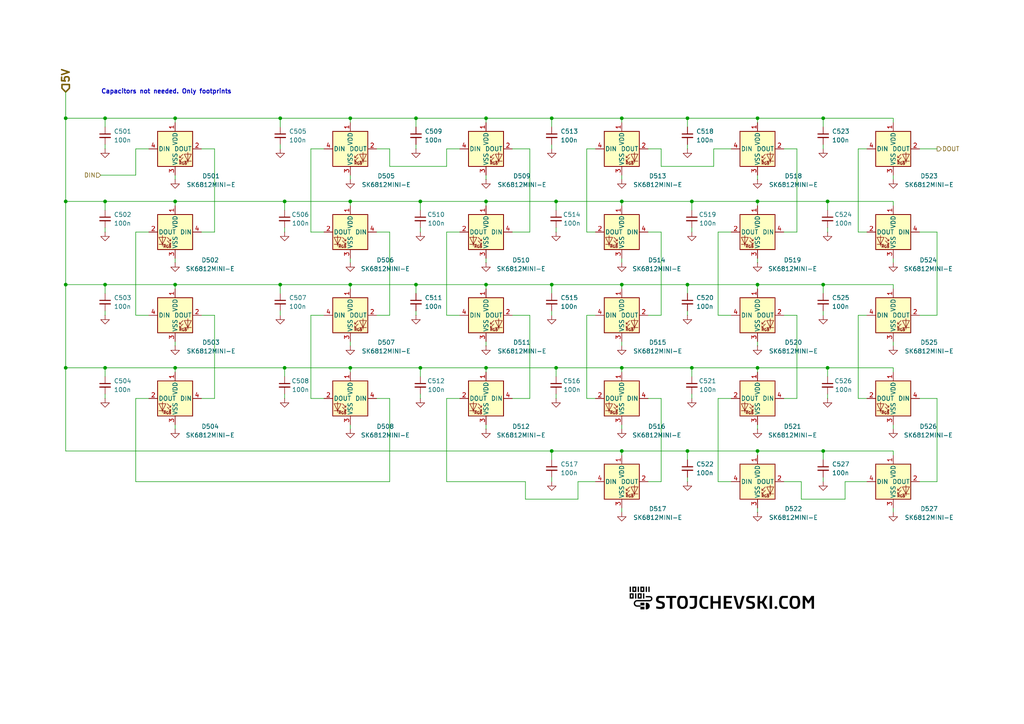
<source format=kicad_sch>
(kicad_sch (version 20231120) (generator "eeschema") (generator_version "8.0")
  (paper "A4")
  (title_block (title "Tastatura") (date "2024-03-14") (rev "A"))
  (lib_symbols
    (symbol "Device:C_Small" (pin_numbers hide) (pin_names (offset 0.254) hide)
      (property "Reference" "C" (at 0.254 1.778 0))
      (property "Value" "C_Small" (at 0.254 -2.032 0))
      (symbol "C_Small_0_1"
        (polyline (pts (xy -1.524 -0.508) (xy 1.524 -0.508)) (stroke (width 0.3302)))
        (polyline (pts (xy -1.524 0.508) (xy 1.524 0.508)) (stroke (width 0.3048)))
      )
      (symbol "C_Small_1_1"
        (pin passive line (at 0 2.54 270) (length 2.032) (name "~") (number "1"))
        (pin passive line (at 0 -2.54 90) (length 2.032) (name "~") (number "2"))
      )
    )
    (symbol "LED:SK6812MINI-E" (pin_names (offset 0.254))
      (property "Reference" "D" (at 5.08 5.715 0))
      (property "Value" "SK6812MINI-E" (at 1.27 -5.715 0))
      (symbol "SK6812MINI-E_0_0"
        (text "RGB" (at 2.286 -4.191 0) (effects (font (size 0.762 0.762))))
      )
      (symbol "SK6812MINI-E_0_1"
        (polyline (pts (xy 1.27 -3.556) (xy 1.778 -3.556)))
        (polyline (pts (xy 1.27 -2.54) (xy 1.778 -2.54)))
        (polyline (pts (xy 4.699 -3.556) (xy 2.667 -3.556)))
        (polyline (pts (xy 2.286 -2.54) (xy 1.27 -3.556) (xy 1.27 -3.048)))
        (polyline (pts (xy 2.286 -1.524) (xy 1.27 -2.54) (xy 1.27 -2.032)))
        (polyline (pts (xy 3.683 -1.016) (xy 3.683 -3.556) (xy 3.683 -4.064)))
        (polyline (pts (xy 4.699 -1.524) (xy 2.667 -1.524) (xy 3.683 -3.556) (xy 4.699 -1.524)))
        (rectangle (start 5.08 5.08) (end -5.08 -5.08) (stroke (width 0.254)) (fill (type background)))
      )
      (symbol "SK6812MINI-E_1_1"
        (pin power_in line (at 0 7.62 270) (length 2.54) (name "VDD") (number "1"))
        (pin output line (at 7.62 0 180) (length 2.54) (name "DOUT") (number "2"))
        (pin power_in line (at 0 -7.62 90) (length 2.54) (name "VSS") (number "3"))
        (pin input line (at -7.62 0 0) (length 2.54) (name "DIN") (number "4"))
      )
    )
    (symbol "power:GND" (power) (pin_numbers hide) (pin_names (offset 0) hide)
      (property "Value" "GND" (at 0 -3.81 0))
      (symbol "GND_0_1"
        (polyline (pts (xy 0 0) (xy 0 -1.27) (xy 1.27 -1.27) (xy 0 -2.54) (xy -1.27 -1.27) (xy 0 -1.27)))
      )
      (symbol "GND_1_1"
        (pin power_in line (at 0 0 270) (length 0) (name "~") (number "1"))
      )
    )
  )
  (junction (at 219.71 130.81))
  (junction (at 240.03 106.68))
  (junction (at 160.02 34.29))
  (junction (at 120.65 34.29))
  (junction (at 200.66 106.68))
  (junction (at 30.48 82.55))
  (junction (at 121.92 58.42))
  (junction (at 82.55 106.68))
  (junction (at 101.6 34.29))
  (junction (at 101.6 106.68))
  (junction (at 82.55 58.42))
  (junction (at 199.39 82.55))
  (junction (at 19.05 106.68))
  (junction (at 219.71 82.55))
  (junction (at 121.92 106.68))
  (junction (at 160.02 130.81))
  (junction (at 200.66 58.42))
  (junction (at 81.28 34.29))
  (junction (at 19.05 82.55))
  (junction (at 180.34 106.68))
  (junction (at 50.8 58.42))
  (junction (at 81.28 82.55))
  (junction (at 50.8 34.29))
  (junction (at 140.97 34.29))
  (junction (at 140.97 58.42))
  (junction (at 180.34 34.29))
  (junction (at 238.76 82.55))
  (junction (at 50.8 82.55))
  (junction (at 101.6 82.55))
  (junction (at 30.48 34.29))
  (junction (at 180.34 58.42))
  (junction (at 240.03 58.42))
  (junction (at 160.02 82.55))
  (junction (at 140.97 106.68))
  (junction (at 101.6 58.42))
  (junction (at 19.05 34.29))
  (junction (at 180.34 82.55))
  (junction (at 219.71 34.29))
  (junction (at 30.48 106.68))
  (junction (at 199.39 34.29))
  (junction (at 238.76 34.29))
  (junction (at 161.29 106.68))
  (junction (at 30.48 58.42))
  (junction (at 219.71 106.68))
  (junction (at 219.71 58.42))
  (junction (at 120.65 82.55))
  (junction (at 140.97 82.55))
  (junction (at 199.39 130.81))
  (junction (at 238.76 130.81))
  (junction (at 19.05 58.42))
  (junction (at 50.8 106.68))
  (junction (at 161.29 58.42))
  (junction (at 180.34 130.81))
  (wire (pts (xy 129.54 43.18) (xy 133.35 43.18)))
  (wire (pts (xy 62.23 43.18) (xy 62.23 67.31)))
  (wire (pts (xy 199.39 82.55) (xy 219.71 82.55)))
  (wire (pts (xy 199.39 34.29) (xy 219.71 34.29)))
  (wire (pts (xy 109.22 91.44) (xy 113.03 91.44)))
  (wire (pts (xy 43.18 115.57) (xy 39.37 115.57)))
  (wire (pts (xy 101.6 58.42) (xy 101.6 59.69)))
  (wire (pts (xy 219.71 58.42) (xy 219.71 59.69)))
  (wire (pts (xy 19.05 82.55) (xy 30.48 82.55)))
  (wire (pts (xy 219.71 34.29) (xy 219.71 35.56)))
  (wire (pts (xy 219.71 34.29) (xy 238.76 34.29)))
  (wire (pts (xy 208.28 91.44) (xy 212.09 91.44)))
  (wire (pts (xy 101.6 58.42) (xy 82.55 58.42)))
  (wire (pts (xy 101.6 106.68) (xy 101.6 107.95)))
  (wire (pts (xy 19.05 34.29) (xy 30.48 34.29)))
  (wire (pts (xy 199.39 34.29) (xy 199.39 36.83)))
  (wire (pts (xy 50.8 34.29) (xy 81.28 34.29)))
  (wire (pts (xy 172.72 67.31) (xy 170.18 67.31)))
  (wire (pts (xy 160.02 138.43) (xy 160.02 139.7)))
  (wire (pts (xy 180.34 123.19) (xy 180.34 124.46)))
  (wire (pts (xy 113.03 91.44) (xy 113.03 67.31)))
  (wire (pts (xy 101.6 82.55) (xy 101.6 83.82)))
  (wire (pts (xy 160.02 130.81) (xy 180.34 130.81)))
  (wire (pts (xy 180.34 50.8) (xy 180.34 52.07)))
  (wire (pts (xy 219.71 130.81) (xy 219.71 132.08)))
  (wire (pts (xy 30.48 34.29) (xy 30.48 36.83)))
  (wire (pts (xy 259.08 82.55) (xy 259.08 83.82)))
  (wire (pts (xy 29.21 50.8) (xy 39.37 50.8)))
  (wire (pts (xy 219.71 106.68) (xy 200.66 106.68)))
  (wire (pts (xy 259.08 130.81) (xy 259.08 132.08)))
  (wire (pts (xy 140.97 58.42) (xy 140.97 59.69)))
  (wire (pts (xy 19.05 130.81) (xy 160.02 130.81)))
  (wire (pts (xy 50.8 74.93) (xy 50.8 76.2)))
  (wire (pts (xy 180.34 58.42) (xy 180.34 59.69)))
  (wire (pts (xy 140.97 50.8) (xy 140.97 52.07)))
  (wire (pts (xy 101.6 99.06) (xy 101.6 100.33)))
  (wire (pts (xy 200.66 58.42) (xy 200.66 60.96)))
  (wire (pts (xy 259.08 106.68) (xy 240.03 106.68)))
  (wire (pts (xy 219.71 123.19) (xy 219.71 124.46)))
  (wire (pts (xy 266.7 139.7) (xy 271.78 139.7)))
  (wire (pts (xy 81.28 34.29) (xy 101.6 34.29)))
  (wire (pts (xy 200.66 114.3) (xy 200.66 115.57)))
  (wire (pts (xy 101.6 34.29) (xy 120.65 34.29)))
  (wire (pts (xy 160.02 82.55) (xy 180.34 82.55)))
  (wire (pts (xy 231.14 115.57) (xy 227.33 115.57)))
  (wire (pts (xy 101.6 106.68) (xy 82.55 106.68)))
  (wire (pts (xy 191.77 115.57) (xy 187.96 115.57)))
  (wire (pts (xy 152.4 139.7) (xy 129.54 139.7)))
  (wire (pts (xy 113.03 48.26) (xy 113.03 43.18)))
  (wire (pts (xy 152.4 144.78) (xy 167.64 144.78)))
  (wire (pts (xy 148.59 43.18) (xy 153.67 43.18)))
  (wire (pts (xy 39.37 43.18) (xy 43.18 43.18)))
  (wire (pts (xy 140.97 74.93) (xy 140.97 76.2)))
  (wire (pts (xy 208.28 67.31) (xy 208.28 91.44)))
  (wire (pts (xy 259.08 34.29) (xy 259.08 35.56)))
  (wire (pts (xy 50.8 58.42) (xy 82.55 58.42)))
  (wire (pts (xy 82.55 66.04) (xy 82.55 67.31)))
  (wire (pts (xy 259.08 74.93) (xy 259.08 76.2)))
  (wire (pts (xy 101.6 82.55) (xy 120.65 82.55)))
  (wire (pts (xy 259.08 147.32) (xy 259.08 148.59)))
  (wire (pts (xy 90.17 91.44) (xy 90.17 115.57)))
  (wire (pts (xy 161.29 114.3) (xy 161.29 115.57)))
  (wire (pts (xy 180.34 58.42) (xy 161.29 58.42)))
  (wire (pts (xy 113.03 43.18) (xy 109.22 43.18)))
  (wire (pts (xy 238.76 130.81) (xy 238.76 133.35)))
  (wire (pts (xy 133.35 115.57) (xy 129.54 115.57)))
  (wire (pts (xy 231.14 43.18) (xy 231.14 67.31)))
  (wire (pts (xy 180.34 82.55) (xy 180.34 83.82)))
  (wire (pts (xy 180.34 106.68) (xy 180.34 107.95)))
  (wire (pts (xy 199.39 41.91) (xy 199.39 43.18)))
  (wire (pts (xy 82.55 106.68) (xy 82.55 109.22)))
  (wire (pts (xy 212.09 67.31) (xy 208.28 67.31)))
  (wire (pts (xy 140.97 106.68) (xy 140.97 107.95)))
  (wire (pts (xy 248.92 115.57) (xy 248.92 91.44)))
  (wire (pts (xy 82.55 58.42) (xy 82.55 60.96)))
  (wire (pts (xy 30.48 34.29) (xy 50.8 34.29)))
  (wire (pts (xy 140.97 34.29) (xy 140.97 35.56)))
  (wire (pts (xy 50.8 58.42) (xy 50.8 59.69)))
  (wire (pts (xy 121.92 106.68) (xy 121.92 109.22)))
  (wire (pts (xy 180.34 99.06) (xy 180.34 100.33)))
  (wire (pts (xy 199.39 130.81) (xy 219.71 130.81)))
  (wire (pts (xy 121.92 58.42) (xy 121.92 60.96)))
  (wire (pts (xy 30.48 66.04) (xy 30.48 67.31)))
  (wire (pts (xy 50.8 123.19) (xy 50.8 124.46)))
  (wire (pts (xy 180.34 82.55) (xy 199.39 82.55)))
  (wire (pts (xy 231.14 67.31) (xy 227.33 67.31)))
  (wire (pts (xy 90.17 43.18) (xy 90.17 67.31)))
  (wire (pts (xy 160.02 34.29) (xy 160.02 36.83)))
  (wire (pts (xy 161.29 106.68) (xy 140.97 106.68)))
  (wire (pts (xy 219.71 99.06) (xy 219.71 100.33)))
  (wire (pts (xy 93.98 67.31) (xy 90.17 67.31)))
  (wire (pts (xy 50.8 106.68) (xy 82.55 106.68)))
  (wire (pts (xy 121.92 114.3) (xy 121.92 115.57)))
  (wire (pts (xy 58.42 91.44) (xy 62.23 91.44)))
  (wire (pts (xy 240.03 58.42) (xy 219.71 58.42)))
  (wire (pts (xy 199.39 82.55) (xy 199.39 85.09)))
  (wire (pts (xy 121.92 58.42) (xy 101.6 58.42)))
  (wire (pts (xy 81.28 34.29) (xy 81.28 36.83)))
  (wire (pts (xy 191.77 67.31) (xy 187.96 67.31)))
  (wire (pts (xy 19.05 26.67) (xy 19.05 34.29)))
  (wire (pts (xy 140.97 58.42) (xy 121.92 58.42)))
  (wire (pts (xy 240.03 106.68) (xy 240.03 109.22)))
  (wire (pts (xy 30.48 114.3) (xy 30.48 115.57)))
  (wire (pts (xy 245.11 144.78) (xy 245.11 139.7)))
  (wire (pts (xy 90.17 43.18) (xy 93.98 43.18)))
  (wire (pts (xy 238.76 41.91) (xy 238.76 43.18)))
  (wire (pts (xy 259.08 58.42) (xy 240.03 58.42)))
  (wire (pts (xy 207.01 43.18) (xy 212.09 43.18)))
  (wire (pts (xy 187.96 139.7) (xy 191.77 139.7)))
  (wire (pts (xy 19.05 58.42) (xy 19.05 82.55)))
  (wire (pts (xy 101.6 34.29) (xy 101.6 35.56)))
  (wire (pts (xy 259.08 58.42) (xy 259.08 59.69)))
  (wire (pts (xy 232.41 139.7) (xy 232.41 144.78)))
  (wire (pts (xy 30.48 58.42) (xy 50.8 58.42)))
  (wire (pts (xy 19.05 34.29) (xy 19.05 58.42)))
  (wire (pts (xy 153.67 91.44) (xy 153.67 115.57)))
  (wire (pts (xy 167.64 144.78) (xy 167.64 139.7)))
  (wire (pts (xy 101.6 74.93) (xy 101.6 76.2)))
  (wire (pts (xy 259.08 50.8) (xy 259.08 52.07)))
  (wire (pts (xy 199.39 90.17) (xy 199.39 91.44)))
  (wire (pts (xy 30.48 82.55) (xy 30.48 85.09)))
  (wire (pts (xy 113.03 67.31) (xy 109.22 67.31)))
  (wire (pts (xy 161.29 106.68) (xy 161.29 109.22)))
  (wire (pts (xy 39.37 115.57) (xy 39.37 139.7)))
  (wire (pts (xy 200.66 58.42) (xy 180.34 58.42)))
  (wire (pts (xy 219.71 130.81) (xy 238.76 130.81)))
  (wire (pts (xy 271.78 115.57) (xy 266.7 115.57)))
  (wire (pts (xy 153.67 115.57) (xy 148.59 115.57)))
  (wire (pts (xy 227.33 91.44) (xy 231.14 91.44)))
  (wire (pts (xy 140.97 82.55) (xy 160.02 82.55)))
  (wire (pts (xy 248.92 91.44) (xy 251.46 91.44)))
  (wire (pts (xy 199.39 138.43) (xy 199.39 139.7)))
  (wire (pts (xy 148.59 91.44) (xy 153.67 91.44)))
  (wire (pts (xy 129.54 115.57) (xy 129.54 139.7)))
  (wire (pts (xy 238.76 34.29) (xy 259.08 34.29)))
  (wire (pts (xy 62.23 115.57) (xy 58.42 115.57)))
  (wire (pts (xy 129.54 91.44) (xy 133.35 91.44)))
  (wire (pts (xy 191.77 139.7) (xy 191.77 115.57)))
  (wire (pts (xy 140.97 106.68) (xy 121.92 106.68)))
  (wire (pts (xy 187.96 43.18) (xy 191.77 43.18)))
  (wire (pts (xy 161.29 58.42) (xy 161.29 60.96)))
  (wire (pts (xy 180.34 34.29) (xy 180.34 35.56)))
  (wire (pts (xy 140.97 99.06) (xy 140.97 100.33)))
  (wire (pts (xy 120.65 34.29) (xy 140.97 34.29)))
  (wire (pts (xy 271.78 115.57) (xy 271.78 139.7)))
  (wire (pts (xy 120.65 82.55) (xy 120.65 85.09)))
  (wire (pts (xy 153.67 67.31) (xy 148.59 67.31)))
  (wire (pts (xy 39.37 91.44) (xy 43.18 91.44)))
  (wire (pts (xy 50.8 50.8) (xy 50.8 52.07)))
  (wire (pts (xy 160.02 82.55) (xy 160.02 85.09)))
  (wire (pts (xy 140.97 34.29) (xy 160.02 34.29)))
  (wire (pts (xy 200.66 106.68) (xy 180.34 106.68)))
  (wire (pts (xy 43.18 67.31) (xy 39.37 67.31)))
  (wire (pts (xy 180.34 74.93) (xy 180.34 76.2)))
  (wire (pts (xy 62.23 67.31) (xy 58.42 67.31)))
  (wire (pts (xy 238.76 82.55) (xy 238.76 85.09)))
  (wire (pts (xy 30.48 106.68) (xy 50.8 106.68)))
  (wire (pts (xy 251.46 67.31) (xy 248.92 67.31)))
  (wire (pts (xy 207.01 48.26) (xy 207.01 43.18)))
  (wire (pts (xy 160.02 41.91) (xy 160.02 43.18)))
  (wire (pts (xy 227.33 139.7) (xy 232.41 139.7)))
  (wire (pts (xy 238.76 34.29) (xy 238.76 36.83)))
  (wire (pts (xy 191.77 48.26) (xy 207.01 48.26)))
  (wire (pts (xy 19.05 106.68) (xy 19.05 130.81)))
  (wire (pts (xy 81.28 41.91) (xy 81.28 43.18)))
  (wire (pts (xy 81.28 90.17) (xy 81.28 91.44)))
  (wire (pts (xy 81.28 82.55) (xy 81.28 85.09)))
  (wire (pts (xy 19.05 58.42) (xy 30.48 58.42)))
  (wire (pts (xy 259.08 106.68) (xy 259.08 107.95)))
  (wire (pts (xy 120.65 34.29) (xy 120.65 36.83)))
  (wire (pts (xy 101.6 123.19) (xy 101.6 124.46)))
  (wire (pts (xy 129.54 67.31) (xy 129.54 91.44)))
  (wire (pts (xy 101.6 50.8) (xy 101.6 52.07)))
  (wire (pts (xy 82.55 114.3) (xy 82.55 115.57)))
  (wire (pts (xy 19.05 106.68) (xy 30.48 106.68)))
  (wire (pts (xy 39.37 139.7) (xy 113.03 139.7)))
  (wire (pts (xy 180.34 147.32) (xy 180.34 148.59)))
  (wire (pts (xy 208.28 115.57) (xy 208.28 139.7)))
  (wire (pts (xy 219.71 74.93) (xy 219.71 76.2)))
  (wire (pts (xy 191.77 91.44) (xy 191.77 67.31)))
  (wire (pts (xy 219.71 82.55) (xy 238.76 82.55)))
  (wire (pts (xy 248.92 43.18) (xy 251.46 43.18)))
  (wire (pts (xy 113.03 115.57) (xy 109.22 115.57)))
  (wire (pts (xy 212.09 115.57) (xy 208.28 115.57)))
  (wire (pts (xy 129.54 48.26) (xy 129.54 43.18)))
  (wire (pts (xy 200.66 66.04) (xy 200.66 67.31)))
  (wire (pts (xy 231.14 91.44) (xy 231.14 115.57)))
  (wire (pts (xy 240.03 58.42) (xy 240.03 60.96)))
  (wire (pts (xy 113.03 115.57) (xy 113.03 139.7)))
  (wire (pts (xy 81.28 82.55) (xy 101.6 82.55)))
  (wire (pts (xy 30.48 82.55) (xy 50.8 82.55)))
  (wire (pts (xy 238.76 90.17) (xy 238.76 91.44)))
  (wire (pts (xy 50.8 82.55) (xy 50.8 83.82)))
  (wire (pts (xy 153.67 43.18) (xy 153.67 67.31)))
  (wire (pts (xy 120.65 82.55) (xy 140.97 82.55)))
  (wire (pts (xy 58.42 43.18) (xy 62.23 43.18)))
  (wire (pts (xy 133.35 67.31) (xy 129.54 67.31)))
  (wire (pts (xy 172.72 115.57) (xy 170.18 115.57)))
  (wire (pts (xy 240.03 106.68) (xy 219.71 106.68)))
  (wire (pts (xy 39.37 43.18) (xy 39.37 50.8)))
  (wire (pts (xy 30.48 106.68) (xy 30.48 109.22)))
  (wire (pts (xy 160.02 130.81) (xy 160.02 133.35)))
  (wire (pts (xy 219.71 58.42) (xy 200.66 58.42)))
  (wire (pts (xy 121.92 106.68) (xy 101.6 106.68)))
  (wire (pts (xy 271.78 67.31) (xy 266.7 67.31)))
  (wire (pts (xy 62.23 91.44) (xy 62.23 115.57)))
  (wire (pts (xy 170.18 43.18) (xy 172.72 43.18)))
  (wire (pts (xy 30.48 41.91) (xy 30.48 43.18)))
  (wire (pts (xy 238.76 138.43) (xy 238.76 139.7)))
  (wire (pts (xy 50.8 106.68) (xy 50.8 107.95)))
  (wire (pts (xy 232.41 144.78) (xy 245.11 144.78)))
  (wire (pts (xy 240.03 66.04) (xy 240.03 67.31)))
  (wire (pts (xy 170.18 67.31) (xy 170.18 43.18)))
  (wire (pts (xy 50.8 82.55) (xy 81.28 82.55)))
  (wire (pts (xy 167.64 139.7) (xy 172.72 139.7)))
  (wire (pts (xy 30.48 58.42) (xy 30.48 60.96)))
  (wire (pts (xy 266.7 91.44) (xy 271.78 91.44)))
  (wire (pts (xy 259.08 99.06) (xy 259.08 100.33)))
  (wire (pts (xy 170.18 115.57) (xy 170.18 91.44)))
  (wire (pts (xy 90.17 91.44) (xy 93.98 91.44)))
  (wire (pts (xy 180.34 130.81) (xy 180.34 132.08)))
  (wire (pts (xy 191.77 43.18) (xy 191.77 48.26)))
  (wire (pts (xy 50.8 34.29) (xy 50.8 35.56)))
  (wire (pts (xy 259.08 123.19) (xy 259.08 124.46)))
  (wire (pts (xy 140.97 123.19) (xy 140.97 124.46)))
  (wire (pts (xy 160.02 34.29) (xy 180.34 34.29)))
  (wire (pts (xy 140.97 82.55) (xy 140.97 83.82)))
  (wire (pts (xy 199.39 130.81) (xy 199.39 133.35)))
  (wire (pts (xy 180.34 106.68) (xy 161.29 106.68)))
  (wire (pts (xy 200.66 106.68) (xy 200.66 109.22)))
  (wire (pts (xy 170.18 91.44) (xy 172.72 91.44)))
  (wire (pts (xy 120.65 41.91) (xy 120.65 43.18)))
  (wire (pts (xy 251.46 115.57) (xy 248.92 115.57)))
  (wire (pts (xy 266.7 43.18) (xy 271.78 43.18)))
  (wire (pts (xy 113.03 48.26) (xy 129.54 48.26)))
  (wire (pts (xy 180.34 34.29) (xy 199.39 34.29)))
  (wire (pts (xy 161.29 58.42) (xy 140.97 58.42)))
  (wire (pts (xy 39.37 67.31) (xy 39.37 91.44)))
  (wire (pts (xy 238.76 130.81) (xy 259.08 130.81)))
  (wire (pts (xy 93.98 115.57) (xy 90.17 115.57)))
  (wire (pts (xy 271.78 91.44) (xy 271.78 67.31)))
  (wire (pts (xy 160.02 90.17) (xy 160.02 91.44)))
  (wire (pts (xy 208.28 139.7) (xy 212.09 139.7)))
  (wire (pts (xy 240.03 114.3) (xy 240.03 115.57)))
  (wire (pts (xy 30.48 90.17) (xy 30.48 91.44)))
  (wire (pts (xy 161.29 66.04) (xy 161.29 67.31)))
  (wire (pts (xy 219.71 82.55) (xy 219.71 83.82)))
  (wire (pts (xy 245.11 139.7) (xy 251.46 139.7)))
  (wire (pts (xy 121.92 66.04) (xy 121.92 67.31)))
  (wire (pts (xy 227.33 43.18) (xy 231.14 43.18)))
  (wire (pts (xy 248.92 67.31) (xy 248.92 43.18)))
  (wire (pts (xy 152.4 139.7) (xy 152.4 144.78)))
  (wire (pts (xy 19.05 82.55) (xy 19.05 106.68)))
  (wire (pts (xy 180.34 130.81) (xy 199.39 130.81)))
  (wire (pts (xy 120.65 90.17) (xy 120.65 91.44)))
  (wire (pts (xy 50.8 99.06) (xy 50.8 100.33)))
  (wire (pts (xy 219.71 106.68) (xy 219.71 107.95)))
  (wire (pts (xy 187.96 91.44) (xy 191.77 91.44)))
  (wire (pts (xy 219.71 50.8) (xy 219.71 52.07)))
  (wire (pts (xy 219.71 147.32) (xy 219.71 148.59)))
  (wire (pts (xy 238.76 82.55) (xy 259.08 82.55)))
  (image (at 209.55 173.99) (scale 0.132712))
  (text "Capacitors not needed. Only footprints" (at 48.26 26.67 0) (effects (font (size 1.27 1.27) (bold yes))))
  (hierarchical_label "DOUT" (shape output) (at 271.78 43.18 0))
  (hierarchical_label "5V" (shape input) (at 19.05 26.67 90) (effects (font (size 2.159 2.159) (bold yes))))
  (hierarchical_label "DIN" (shape input) (at 29.21 50.8 180))
  (symbol (lib_id "power:GND") (at 200.66 67.31 0) (mirror y) (unit 1)
    (property "Reference" "#PWR0538" (effects (hide yes)))
    (property "Value" "GND" (effects (hide yes)))
    (property "Description" "Power symbol creates a global label with name \"GND\" , ground" (effects (hide yes)))
  )
  (symbol (lib_id "LED:SK6812MINI-E") (at 259.08 91.44 0) (unit 1)
    (property "Reference" "D525" (at 269.494 99.314 0))
    (property "Value" "SK6812MINI-E" (at 269.494 101.854 0))
    (property "Footprint" "LED_SMD:LED_SK6812MINI-E_3.2x2.8mm_P1.5mm-INVERTED" (effects (hide yes)))
    (property "Datasheet" "https://cdn-shop.adafruit.com/product-files/2686/SK6812MINI_REV.01-1-2.pdf" (effects (hide yes)))
    (property "Description" "RGB LED with integrated controller" (effects (hide yes)))
  )
  (symbol (lib_id "power:GND") (at 161.29 67.31 0) (mirror y) (unit 1)
    (property "Reference" "#PWR0528" (effects (hide yes)))
    (property "Value" "GND" (effects (hide yes)))
    (property "Description" "Power symbol creates a global label with name \"GND\" , ground" (effects (hide yes)))
  )
  (symbol (lib_id "power:GND") (at 238.76 91.44 0) (unit 1)
    (property "Reference" "#PWR0546" (effects (hide yes)))
    (property "Value" "GND" (effects (hide yes)))
    (property "Description" "Power symbol creates a global label with name \"GND\" , ground" (effects (hide yes)))
  )
  (symbol (lib_id "Device:C_Small") (at 160.02 87.63 0) (unit 1)
    (property "Reference" "C515" (at 162.56 86.3662 0) (effects (justify left)))
    (property "Value" "100n" (at 162.56 88.9062 0) (effects (justify left)))
    (property "Footprint" "Capacitor_SMD:C_0603_1608Metric" (effects (hide yes)))
    (property "Description" "Unpolarized capacitor, small symbol" (effects (hide yes)))
  )
  (symbol (lib_id "power:GND") (at 121.92 115.57 0) (mirror y) (unit 1)
    (property "Reference" "#PWR0520" (effects (hide yes)))
    (property "Value" "GND" (effects (hide yes)))
    (property "Description" "Power symbol creates a global label with name \"GND\" , ground" (effects (hide yes)))
  )
  (symbol (lib_id "LED:SK6812MINI-E") (at 219.71 43.18 0) (unit 1)
    (property "Reference" "D518" (at 230.124 51.054 0))
    (property "Value" "SK6812MINI-E" (at 230.124 53.594 0))
    (property "Footprint" "LED_SMD:LED_SK6812MINI-E_3.2x2.8mm_P1.5mm-INVERTED" (effects (hide yes)))
    (property "Datasheet" "https://cdn-shop.adafruit.com/product-files/2686/SK6812MINI_REV.01-1-2.pdf" (effects (hide yes)))
    (property "Description" "RGB LED with integrated controller" (effects (hide yes)))
  )
  (symbol (lib_id "power:GND") (at 50.8 100.33 0) (unit 1)
    (property "Reference" "#PWR0507" (effects (hide yes)))
    (property "Value" "GND" (effects (hide yes)))
    (property "Description" "Power symbol creates a global label with name \"GND\" , ground" (effects (hide yes)))
  )
  (symbol (lib_id "Device:C_Small") (at 240.03 63.5 0) (mirror y) (unit 1)
    (property "Reference" "C524" (at 247.142 62.23 0) (effects (justify left)))
    (property "Value" "100n" (at 247.142 64.77 0) (effects (justify left)))
    (property "Footprint" "Capacitor_SMD:C_0603_1608Metric" (effects (hide yes)))
    (property "Description" "Unpolarized capacitor, small symbol" (effects (hide yes)))
  )
  (symbol (lib_id "Device:C_Small") (at 240.03 111.76 0) (mirror y) (unit 1)
    (property "Reference" "C526" (at 247.142 110.49 0) (effects (justify left)))
    (property "Value" "100n" (at 247.142 113.03 0) (effects (justify left)))
    (property "Footprint" "Capacitor_SMD:C_0603_1608Metric" (effects (hide yes)))
    (property "Description" "Unpolarized capacitor, small symbol" (effects (hide yes)))
  )
  (symbol (lib_id "Device:C_Small") (at 199.39 39.37 0) (unit 1)
    (property "Reference" "C518" (at 201.93 38.1062 0) (effects (justify left)))
    (property "Value" "100n" (at 201.93 40.6462 0) (effects (justify left)))
    (property "Footprint" "Capacitor_SMD:C_0603_1608Metric" (effects (hide yes)))
    (property "Description" "Unpolarized capacitor, small symbol" (effects (hide yes)))
  )
  (symbol (lib_id "power:GND") (at 259.08 148.59 0) (unit 1)
    (property "Reference" "#PWR0554" (effects (hide yes)))
    (property "Value" "GND" (effects (hide yes)))
    (property "Description" "Power symbol creates a global label with name \"GND\" , ground" (effects (hide yes)))
  )
  (symbol (lib_id "LED:SK6812MINI-E") (at 180.34 67.31 0) (mirror y) (unit 1)
    (property "Reference" "D514" (at 190.5 75.438 0))
    (property "Value" "SK6812MINI-E" (at 190.5 77.978 0))
    (property "Footprint" "LED_SMD:LED_SK6812MINI-E_3.2x2.8mm_P1.5mm-INVERTED" (effects (hide yes)))
    (property "Datasheet" "https://cdn-shop.adafruit.com/product-files/2686/SK6812MINI_REV.01-1-2.pdf" (effects (hide yes)))
    (property "Description" "RGB LED with integrated controller" (effects (hide yes)))
  )
  (symbol (lib_id "power:GND") (at 101.6 76.2 0) (mirror y) (unit 1)
    (property "Reference" "#PWR0514" (effects (hide yes)))
    (property "Value" "GND" (effects (hide yes)))
    (property "Description" "Power symbol creates a global label with name \"GND\" , ground" (effects (hide yes)))
  )
  (symbol (lib_id "LED:SK6812MINI-E") (at 50.8 91.44 0) (unit 1)
    (property "Reference" "D503" (at 61.214 99.314 0))
    (property "Value" "SK6812MINI-E" (at 61.214 101.854 0))
    (property "Footprint" "LED_SMD:LED_SK6812MINI-E_3.2x2.8mm_P1.5mm-INVERTED" (effects (hide yes)))
    (property "Datasheet" "https://cdn-shop.adafruit.com/product-files/2686/SK6812MINI_REV.01-1-2.pdf" (effects (hide yes)))
    (property "Description" "RGB LED with integrated controller" (effects (hide yes)))
  )
  (symbol (lib_id "power:GND") (at 219.71 100.33 0) (unit 1)
    (property "Reference" "#PWR0542" (effects (hide yes)))
    (property "Value" "GND" (effects (hide yes)))
    (property "Description" "Power symbol creates a global label with name \"GND\" , ground" (effects (hide yes)))
  )
  (symbol (lib_id "LED:SK6812MINI-E") (at 140.97 43.18 0) (unit 1)
    (property "Reference" "D509" (at 151.384 51.054 0))
    (property "Value" "SK6812MINI-E" (at 151.384 53.594 0))
    (property "Footprint" "LED_SMD:LED_SK6812MINI-E_3.2x2.8mm_P1.5mm-INVERTED" (effects (hide yes)))
    (property "Datasheet" "https://cdn-shop.adafruit.com/product-files/2686/SK6812MINI_REV.01-1-2.pdf" (effects (hide yes)))
    (property "Description" "RGB LED with integrated controller" (effects (hide yes)))
  )
  (symbol (lib_id "Device:C_Small") (at 120.65 87.63 0) (unit 1)
    (property "Reference" "C511" (at 123.19 86.3662 0) (effects (justify left)))
    (property "Value" "100n" (at 123.19 88.9062 0) (effects (justify left)))
    (property "Footprint" "Capacitor_SMD:C_0603_1608Metric" (effects (hide yes)))
    (property "Description" "Unpolarized capacitor, small symbol" (effects (hide yes)))
  )
  (symbol (lib_id "power:GND") (at 30.48 67.31 0) (unit 1)
    (property "Reference" "#PWR0502" (effects (hide yes)))
    (property "Value" "GND" (effects (hide yes)))
    (property "Description" "Power symbol creates a global label with name \"GND\" , ground" (effects (hide yes)))
  )
  (symbol (lib_id "Device:C_Small") (at 121.92 111.76 0) (mirror y) (unit 1)
    (property "Reference" "C512" (at 129.032 110.49 0) (effects (justify left)))
    (property "Value" "100n" (at 129.032 113.03 0) (effects (justify left)))
    (property "Footprint" "Capacitor_SMD:C_0603_1608Metric" (effects (hide yes)))
    (property "Description" "Unpolarized capacitor, small symbol" (effects (hide yes)))
  )
  (symbol (lib_id "Device:C_Small") (at 238.76 87.63 0) (unit 1)
    (property "Reference" "C525" (at 241.3 86.3662 0) (effects (justify left)))
    (property "Value" "100n" (at 241.3 88.9062 0) (effects (justify left)))
    (property "Footprint" "Capacitor_SMD:C_0603_1608Metric" (effects (hide yes)))
    (property "Description" "Unpolarized capacitor, small symbol" (effects (hide yes)))
  )
  (symbol (lib_id "LED:SK6812MINI-E") (at 259.08 115.57 0) (mirror y) (unit 1)
    (property "Reference" "D526" (at 269.24 123.698 0))
    (property "Value" "SK6812MINI-E" (at 269.24 126.238 0))
    (property "Footprint" "LED_SMD:LED_SK6812MINI-E_3.2x2.8mm_P1.5mm-INVERTED" (effects (hide yes)))
    (property "Datasheet" "https://cdn-shop.adafruit.com/product-files/2686/SK6812MINI_REV.01-1-2.pdf" (effects (hide yes)))
    (property "Description" "RGB LED with integrated controller" (effects (hide yes)))
  )
  (symbol (lib_id "Device:C_Small") (at 160.02 135.89 0) (unit 1)
    (property "Reference" "C517" (at 162.56 134.6262 0) (effects (justify left)))
    (property "Value" "100n" (at 162.56 137.1662 0) (effects (justify left)))
    (property "Footprint" "Capacitor_SMD:C_0603_1608Metric" (effects (hide yes)))
    (property "Description" "Unpolarized capacitor, small symbol" (effects (hide yes)))
  )
  (symbol (lib_id "power:GND") (at 238.76 139.7 0) (unit 1)
    (property "Reference" "#PWR0547" (effects (hide yes)))
    (property "Value" "GND" (effects (hide yes)))
    (property "Description" "Power symbol creates a global label with name \"GND\" , ground" (effects (hide yes)))
  )
  (symbol (lib_id "power:GND") (at 180.34 52.07 0) (unit 1)
    (property "Reference" "#PWR0530" (effects (hide yes)))
    (property "Value" "GND" (effects (hide yes)))
    (property "Description" "Power symbol creates a global label with name \"GND\" , ground" (effects (hide yes)))
  )
  (symbol (lib_id "power:GND") (at 81.28 91.44 0) (unit 1)
    (property "Reference" "#PWR0510" (effects (hide yes)))
    (property "Value" "GND" (effects (hide yes)))
    (property "Description" "Power symbol creates a global label with name \"GND\" , ground" (effects (hide yes)))
  )
  (symbol (lib_id "power:GND") (at 140.97 52.07 0) (unit 1)
    (property "Reference" "#PWR0521" (effects (hide yes)))
    (property "Value" "GND" (effects (hide yes)))
    (property "Description" "Power symbol creates a global label with name \"GND\" , ground" (effects (hide yes)))
  )
  (symbol (lib_id "LED:SK6812MINI-E") (at 219.71 139.7 0) (unit 1)
    (property "Reference" "D522" (at 230.124 147.574 0))
    (property "Value" "SK6812MINI-E" (at 230.124 150.114 0))
    (property "Footprint" "LED_SMD:LED_SK6812MINI-E_3.2x2.8mm_P1.5mm-INVERTED" (effects (hide yes)))
    (property "Datasheet" "https://cdn-shop.adafruit.com/product-files/2686/SK6812MINI_REV.01-1-2.pdf" (effects (hide yes)))
    (property "Description" "RGB LED with integrated controller" (effects (hide yes)))
  )
  (symbol (lib_id "LED:SK6812MINI-E") (at 180.34 115.57 0) (mirror y) (unit 1)
    (property "Reference" "D516" (at 190.5 123.698 0))
    (property "Value" "SK6812MINI-E" (at 190.5 126.238 0))
    (property "Footprint" "LED_SMD:LED_SK6812MINI-E_3.2x2.8mm_P1.5mm-INVERTED" (effects (hide yes)))
    (property "Datasheet" "https://cdn-shop.adafruit.com/product-files/2686/SK6812MINI_REV.01-1-2.pdf" (effects (hide yes)))
    (property "Description" "RGB LED with integrated controller" (effects (hide yes)))
  )
  (symbol (lib_id "Device:C_Small") (at 120.65 39.37 0) (unit 1)
    (property "Reference" "C509" (at 123.19 38.1062 0) (effects (justify left)))
    (property "Value" "100n" (at 123.19 40.6462 0) (effects (justify left)))
    (property "Footprint" "Capacitor_SMD:C_0603_1608Metric" (effects (hide yes)))
    (property "Description" "Unpolarized capacitor, small symbol" (effects (hide yes)))
  )
  (symbol (lib_id "power:GND") (at 101.6 124.46 0) (mirror y) (unit 1)
    (property "Reference" "#PWR0516" (effects (hide yes)))
    (property "Value" "GND" (effects (hide yes)))
    (property "Description" "Power symbol creates a global label with name \"GND\" , ground" (effects (hide yes)))
  )
  (symbol (lib_id "power:GND") (at 259.08 52.07 0) (unit 1)
    (property "Reference" "#PWR0550" (effects (hide yes)))
    (property "Value" "GND" (effects (hide yes)))
    (property "Description" "Power symbol creates a global label with name \"GND\" , ground" (effects (hide yes)))
  )
  (symbol (lib_id "power:GND") (at 82.55 115.57 0) (mirror y) (unit 1)
    (property "Reference" "#PWR0512" (effects (hide yes)))
    (property "Value" "GND" (effects (hide yes)))
    (property "Description" "Power symbol creates a global label with name \"GND\" , ground" (effects (hide yes)))
  )
  (symbol (lib_id "LED:SK6812MINI-E") (at 101.6 91.44 0) (unit 1)
    (property "Reference" "D507" (at 112.014 99.314 0))
    (property "Value" "SK6812MINI-E" (at 112.014 101.854 0))
    (property "Footprint" "LED_SMD:LED_SK6812MINI-E_3.2x2.8mm_P1.5mm-INVERTED" (effects (hide yes)))
    (property "Datasheet" "https://cdn-shop.adafruit.com/product-files/2686/SK6812MINI_REV.01-1-2.pdf" (effects (hide yes)))
    (property "Description" "RGB LED with integrated controller" (effects (hide yes)))
  )
  (symbol (lib_id "power:GND") (at 140.97 100.33 0) (unit 1)
    (property "Reference" "#PWR0523" (effects (hide yes)))
    (property "Value" "GND" (effects (hide yes)))
    (property "Description" "Power symbol creates a global label with name \"GND\" , ground" (effects (hide yes)))
  )
  (symbol (lib_id "LED:SK6812MINI-E") (at 101.6 67.31 0) (mirror y) (unit 1)
    (property "Reference" "D506" (at 111.76 75.438 0))
    (property "Value" "SK6812MINI-E" (at 111.76 77.978 0))
    (property "Footprint" "LED_SMD:LED_SK6812MINI-E_3.2x2.8mm_P1.5mm-INVERTED" (effects (hide yes)))
    (property "Datasheet" "https://cdn-shop.adafruit.com/product-files/2686/SK6812MINI_REV.01-1-2.pdf" (effects (hide yes)))
    (property "Description" "RGB LED with integrated controller" (effects (hide yes)))
  )
  (symbol (lib_id "power:GND") (at 30.48 91.44 0) (unit 1)
    (property "Reference" "#PWR0503" (effects (hide yes)))
    (property "Value" "GND" (effects (hide yes)))
    (property "Description" "Power symbol creates a global label with name \"GND\" , ground" (effects (hide yes)))
  )
  (symbol (lib_id "power:GND") (at 160.02 43.18 0) (unit 1)
    (property "Reference" "#PWR0525" (effects (hide yes)))
    (property "Value" "GND" (effects (hide yes)))
    (property "Description" "Power symbol creates a global label with name \"GND\" , ground" (effects (hide yes)))
  )
  (symbol (lib_id "power:GND") (at 259.08 124.46 0) (mirror y) (unit 1)
    (property "Reference" "#PWR0553" (effects (hide yes)))
    (property "Value" "GND" (effects (hide yes)))
    (property "Description" "Power symbol creates a global label with name \"GND\" , ground" (effects (hide yes)))
  )
  (symbol (lib_id "Device:C_Small") (at 82.55 111.76 0) (mirror y) (unit 1)
    (property "Reference" "C508" (at 89.662 110.49 0) (effects (justify left)))
    (property "Value" "100n" (at 89.662 113.03 0) (effects (justify left)))
    (property "Footprint" "Capacitor_SMD:C_0603_1608Metric" (effects (hide yes)))
    (property "Description" "Unpolarized capacitor, small symbol" (effects (hide yes)))
  )
  (symbol (lib_id "LED:SK6812MINI-E") (at 140.97 115.57 0) (mirror y) (unit 1)
    (property "Reference" "D512" (at 151.13 123.698 0))
    (property "Value" "SK6812MINI-E" (at 151.13 126.238 0))
    (property "Footprint" "LED_SMD:LED_SK6812MINI-E_3.2x2.8mm_P1.5mm-INVERTED" (effects (hide yes)))
    (property "Datasheet" "https://cdn-shop.adafruit.com/product-files/2686/SK6812MINI_REV.01-1-2.pdf" (effects (hide yes)))
    (property "Description" "RGB LED with integrated controller" (effects (hide yes)))
  )
  (symbol (lib_id "power:GND") (at 50.8 52.07 0) (unit 1)
    (property "Reference" "#PWR0505" (effects (hide yes)))
    (property "Value" "GND" (effects (hide yes)))
    (property "Description" "Power symbol creates a global label with name \"GND\" , ground" (effects (hide yes)))
  )
  (symbol (lib_id "power:GND") (at 180.34 148.59 0) (unit 1)
    (property "Reference" "#PWR0534" (effects (hide yes)))
    (property "Value" "GND" (effects (hide yes)))
    (property "Description" "Power symbol creates a global label with name \"GND\" , ground" (effects (hide yes)))
  )
  (symbol (lib_id "power:GND") (at 219.71 52.07 0) (unit 1)
    (property "Reference" "#PWR0540" (effects (hide yes)))
    (property "Value" "GND" (effects (hide yes)))
    (property "Description" "Power symbol creates a global label with name \"GND\" , ground" (effects (hide yes)))
  )
  (symbol (lib_id "LED:SK6812MINI-E") (at 101.6 43.18 0) (unit 1)
    (property "Reference" "D505" (at 112.014 51.054 0))
    (property "Value" "SK6812MINI-E" (at 112.014 53.594 0))
    (property "Footprint" "LED_SMD:LED_SK6812MINI-E_3.2x2.8mm_P1.5mm-INVERTED" (effects (hide yes)))
    (property "Datasheet" "https://cdn-shop.adafruit.com/product-files/2686/SK6812MINI_REV.01-1-2.pdf" (effects (hide yes)))
    (property "Description" "RGB LED with integrated controller" (effects (hide yes)))
  )
  (symbol (lib_id "power:GND") (at 240.03 115.57 0) (mirror y) (unit 1)
    (property "Reference" "#PWR0549" (effects (hide yes)))
    (property "Value" "GND" (effects (hide yes)))
    (property "Description" "Power symbol creates a global label with name \"GND\" , ground" (effects (hide yes)))
  )
  (symbol (lib_id "power:GND") (at 160.02 139.7 0) (unit 1)
    (property "Reference" "#PWR0527" (effects (hide yes)))
    (property "Value" "GND" (effects (hide yes)))
    (property "Description" "Power symbol creates a global label with name \"GND\" , ground" (effects (hide yes)))
  )
  (symbol (lib_id "power:GND") (at 240.03 67.31 0) (mirror y) (unit 1)
    (property "Reference" "#PWR0548" (effects (hide yes)))
    (property "Value" "GND" (effects (hide yes)))
    (property "Description" "Power symbol creates a global label with name \"GND\" , ground" (effects (hide yes)))
  )
  (symbol (lib_id "LED:SK6812MINI-E") (at 50.8 115.57 0) (mirror y) (unit 1)
    (property "Reference" "D504" (at 60.96 123.698 0))
    (property "Value" "SK6812MINI-E" (at 60.96 126.238 0))
    (property "Footprint" "LED_SMD:LED_SK6812MINI-E_3.2x2.8mm_P1.5mm-INVERTED" (effects (hide yes)))
    (property "Datasheet" "https://cdn-shop.adafruit.com/product-files/2686/SK6812MINI_REV.01-1-2.pdf" (effects (hide yes)))
    (property "Description" "RGB LED with integrated controller" (effects (hide yes)))
  )
  (symbol (lib_id "Device:C_Small") (at 82.55 63.5 0) (mirror y) (unit 1)
    (property "Reference" "C506" (at 89.662 62.23 0) (effects (justify left)))
    (property "Value" "100n" (at 89.662 64.77 0) (effects (justify left)))
    (property "Footprint" "Capacitor_SMD:C_0603_1608Metric" (effects (hide yes)))
    (property "Description" "Unpolarized capacitor, small symbol" (effects (hide yes)))
  )
  (symbol (lib_id "LED:SK6812MINI-E") (at 259.08 139.7 0) (unit 1)
    (property "Reference" "D527" (at 269.494 147.574 0))
    (property "Value" "SK6812MINI-E" (at 269.494 150.114 0))
    (property "Footprint" "LED_SMD:LED_SK6812MINI-E_3.2x2.8mm_P1.5mm-INVERTED" (effects (hide yes)))
    (property "Datasheet" "https://cdn-shop.adafruit.com/product-files/2686/SK6812MINI_REV.01-1-2.pdf" (effects (hide yes)))
    (property "Description" "RGB LED with integrated controller" (effects (hide yes)))
  )
  (symbol (lib_id "Device:C_Small") (at 30.48 87.63 0) (unit 1)
    (property "Reference" "C503" (at 33.02 86.3662 0) (effects (justify left)))
    (property "Value" "100n" (at 33.02 88.9062 0) (effects (justify left)))
    (property "Footprint" "Capacitor_SMD:C_0603_1608Metric" (effects (hide yes)))
    (property "Description" "Unpolarized capacitor, small symbol" (effects (hide yes)))
  )
  (symbol (lib_id "power:GND") (at 120.65 43.18 0) (unit 1)
    (property "Reference" "#PWR0517" (effects (hide yes)))
    (property "Value" "GND" (effects (hide yes)))
    (property "Description" "Power symbol creates a global label with name \"GND\" , ground" (effects (hide yes)))
  )
  (symbol (lib_id "power:GND") (at 259.08 100.33 0) (unit 1)
    (property "Reference" "#PWR0552" (effects (hide yes)))
    (property "Value" "GND" (effects (hide yes)))
    (property "Description" "Power symbol creates a global label with name \"GND\" , ground" (effects (hide yes)))
  )
  (symbol (lib_id "Device:C_Small") (at 81.28 87.63 0) (unit 1)
    (property "Reference" "C507" (at 83.82 86.3662 0) (effects (justify left)))
    (property "Value" "100n" (at 83.82 88.9062 0) (effects (justify left)))
    (property "Footprint" "Capacitor_SMD:C_0603_1608Metric" (effects (hide yes)))
    (property "Description" "Unpolarized capacitor, small symbol" (effects (hide yes)))
  )
  (symbol (lib_id "power:GND") (at 259.08 76.2 0) (mirror y) (unit 1)
    (property "Reference" "#PWR0551" (effects (hide yes)))
    (property "Value" "GND" (effects (hide yes)))
    (property "Description" "Power symbol creates a global label with name \"GND\" , ground" (effects (hide yes)))
  )
  (symbol (lib_id "power:GND") (at 50.8 124.46 0) (mirror y) (unit 1)
    (property "Reference" "#PWR0508" (effects (hide yes)))
    (property "Value" "GND" (effects (hide yes)))
    (property "Description" "Power symbol creates a global label with name \"GND\" , ground" (effects (hide yes)))
  )
  (symbol (lib_id "Device:C_Small") (at 161.29 111.76 0) (mirror y) (unit 1)
    (property "Reference" "C516" (at 168.402 110.49 0) (effects (justify left)))
    (property "Value" "100n" (at 168.402 113.03 0) (effects (justify left)))
    (property "Footprint" "Capacitor_SMD:C_0603_1608Metric" (effects (hide yes)))
    (property "Description" "Unpolarized capacitor, small symbol" (effects (hide yes)))
  )
  (symbol (lib_id "power:GND") (at 121.92 67.31 0) (mirror y) (unit 1)
    (property "Reference" "#PWR0519" (effects (hide yes)))
    (property "Value" "GND" (effects (hide yes)))
    (property "Description" "Power symbol creates a global label with name \"GND\" , ground" (effects (hide yes)))
  )
  (symbol (lib_id "LED:SK6812MINI-E") (at 180.34 43.18 0) (unit 1)
    (property "Reference" "D513" (at 190.754 51.054 0))
    (property "Value" "SK6812MINI-E" (at 190.754 53.594 0))
    (property "Footprint" "LED_SMD:LED_SK6812MINI-E_3.2x2.8mm_P1.5mm-INVERTED" (effects (hide yes)))
    (property "Datasheet" "https://cdn-shop.adafruit.com/product-files/2686/SK6812MINI_REV.01-1-2.pdf" (effects (hide yes)))
    (property "Description" "RGB LED with integrated controller" (effects (hide yes)))
  )
  (symbol (lib_id "power:GND") (at 81.28 43.18 0) (unit 1)
    (property "Reference" "#PWR0509" (effects (hide yes)))
    (property "Value" "GND" (effects (hide yes)))
    (property "Description" "Power symbol creates a global label with name \"GND\" , ground" (effects (hide yes)))
  )
  (symbol (lib_id "power:GND") (at 180.34 124.46 0) (mirror y) (unit 1)
    (property "Reference" "#PWR0533" (effects (hide yes)))
    (property "Value" "GND" (effects (hide yes)))
    (property "Description" "Power symbol creates a global label with name \"GND\" , ground" (effects (hide yes)))
  )
  (symbol (lib_id "power:GND") (at 101.6 100.33 0) (unit 1)
    (property "Reference" "#PWR0515" (effects (hide yes)))
    (property "Value" "GND" (effects (hide yes)))
    (property "Description" "Power symbol creates a global label with name \"GND\" , ground" (effects (hide yes)))
  )
  (symbol (lib_id "LED:SK6812MINI-E") (at 180.34 139.7 0) (unit 1)
    (property "Reference" "D517" (at 190.754 147.574 0))
    (property "Value" "SK6812MINI-E" (at 190.754 150.114 0))
    (property "Footprint" "LED_SMD:LED_SK6812MINI-E_3.2x2.8mm_P1.5mm-INVERTED" (effects (hide yes)))
    (property "Datasheet" "https://cdn-shop.adafruit.com/product-files/2686/SK6812MINI_REV.01-1-2.pdf" (effects (hide yes)))
    (property "Description" "RGB LED with integrated controller" (effects (hide yes)))
  )
  (symbol (lib_id "LED:SK6812MINI-E") (at 219.71 115.57 0) (mirror y) (unit 1)
    (property "Reference" "D521" (at 229.87 123.698 0))
    (property "Value" "SK6812MINI-E" (at 229.87 126.238 0))
    (property "Footprint" "LED_SMD:LED_SK6812MINI-E_3.2x2.8mm_P1.5mm-INVERTED" (effects (hide yes)))
    (property "Datasheet" "https://cdn-shop.adafruit.com/product-files/2686/SK6812MINI_REV.01-1-2.pdf" (effects (hide yes)))
    (property "Description" "RGB LED with integrated controller" (effects (hide yes)))
  )
  (symbol (lib_id "Device:C_Small") (at 30.48 111.76 0) (unit 1)
    (property "Reference" "C504" (at 33.02 110.4962 0) (effects (justify left)))
    (property "Value" "100n" (at 33.02 113.0362 0) (effects (justify left)))
    (property "Footprint" "Capacitor_SMD:C_0603_1608Metric" (effects (hide yes)))
    (property "Description" "Unpolarized capacitor, small symbol" (effects (hide yes)))
  )
  (symbol (lib_id "Device:C_Small") (at 238.76 135.89 0) (unit 1)
    (property "Reference" "C527" (at 241.3 134.6262 0) (effects (justify left)))
    (property "Value" "100n" (at 241.3 137.1662 0) (effects (justify left)))
    (property "Footprint" "Capacitor_SMD:C_0603_1608Metric" (effects (hide yes)))
    (property "Description" "Unpolarized capacitor, small symbol" (effects (hide yes)))
  )
  (symbol (lib_id "LED:SK6812MINI-E") (at 259.08 67.31 0) (mirror y) (unit 1)
    (property "Reference" "D524" (at 269.24 75.438 0))
    (property "Value" "SK6812MINI-E" (at 269.24 77.978 0))
    (property "Footprint" "LED_SMD:LED_SK6812MINI-E_3.2x2.8mm_P1.5mm-INVERTED" (effects (hide yes)))
    (property "Datasheet" "https://cdn-shop.adafruit.com/product-files/2686/SK6812MINI_REV.01-1-2.pdf" (effects (hide yes)))
    (property "Description" "RGB LED with integrated controller" (effects (hide yes)))
  )
  (symbol (lib_id "Device:C_Small") (at 160.02 39.37 0) (unit 1)
    (property "Reference" "C513" (at 162.56 38.1062 0) (effects (justify left)))
    (property "Value" "100n" (at 162.56 40.6462 0) (effects (justify left)))
    (property "Footprint" "Capacitor_SMD:C_0603_1608Metric" (effects (hide yes)))
    (property "Description" "Unpolarized capacitor, small symbol" (effects (hide yes)))
  )
  (symbol (lib_id "LED:SK6812MINI-E") (at 219.71 91.44 0) (unit 1)
    (property "Reference" "D520" (at 230.124 99.314 0))
    (property "Value" "SK6812MINI-E" (at 230.124 101.854 0))
    (property "Footprint" "LED_SMD:LED_SK6812MINI-E_3.2x2.8mm_P1.5mm-INVERTED" (effects (hide yes)))
    (property "Datasheet" "https://cdn-shop.adafruit.com/product-files/2686/SK6812MINI_REV.01-1-2.pdf" (effects (hide yes)))
    (property "Description" "RGB LED with integrated controller" (effects (hide yes)))
  )
  (symbol (lib_id "Device:C_Small") (at 161.29 63.5 0) (mirror y) (unit 1)
    (property "Reference" "C514" (at 168.402 62.23 0) (effects (justify left)))
    (property "Value" "100n" (at 168.402 64.77 0) (effects (justify left)))
    (property "Footprint" "Capacitor_SMD:C_0603_1608Metric" (effects (hide yes)))
    (property "Description" "Unpolarized capacitor, small symbol" (effects (hide yes)))
  )
  (symbol (lib_id "power:GND") (at 199.39 43.18 0) (unit 1)
    (property "Reference" "#PWR0535" (effects (hide yes)))
    (property "Value" "GND" (effects (hide yes)))
    (property "Description" "Power symbol creates a global label with name \"GND\" , ground" (effects (hide yes)))
  )
  (symbol (lib_id "Device:C_Small") (at 238.76 39.37 0) (unit 1)
    (property "Reference" "C523" (at 241.3 38.1062 0) (effects (justify left)))
    (property "Value" "100n" (at 241.3 40.6462 0) (effects (justify left)))
    (property "Footprint" "Capacitor_SMD:C_0603_1608Metric" (effects (hide yes)))
    (property "Description" "Unpolarized capacitor, small symbol" (effects (hide yes)))
  )
  (symbol (lib_id "power:GND") (at 140.97 76.2 0) (mirror y) (unit 1)
    (property "Reference" "#PWR0522" (effects (hide yes)))
    (property "Value" "GND" (effects (hide yes)))
    (property "Description" "Power symbol creates a global label with name \"GND\" , ground" (effects (hide yes)))
  )
  (symbol (lib_id "LED:SK6812MINI-E") (at 101.6 115.57 0) (mirror y) (unit 1)
    (property "Reference" "D508" (at 111.76 123.698 0))
    (property "Value" "SK6812MINI-E" (at 111.76 126.238 0))
    (property "Footprint" "LED_SMD:LED_SK6812MINI-E_3.2x2.8mm_P1.5mm-INVERTED" (effects (hide yes)))
    (property "Datasheet" "https://cdn-shop.adafruit.com/product-files/2686/SK6812MINI_REV.01-1-2.pdf" (effects (hide yes)))
    (property "Description" "RGB LED with integrated controller" (effects (hide yes)))
  )
  (symbol (lib_id "power:GND") (at 199.39 91.44 0) (unit 1)
    (property "Reference" "#PWR0536" (effects (hide yes)))
    (property "Value" "GND" (effects (hide yes)))
    (property "Description" "Power symbol creates a global label with name \"GND\" , ground" (effects (hide yes)))
  )
  (symbol (lib_id "power:GND") (at 238.76 43.18 0) (unit 1)
    (property "Reference" "#PWR0545" (effects (hide yes)))
    (property "Value" "GND" (effects (hide yes)))
    (property "Description" "Power symbol creates a global label with name \"GND\" , ground" (effects (hide yes)))
  )
  (symbol (lib_id "LED:SK6812MINI-E") (at 140.97 67.31 0) (mirror y) (unit 1)
    (property "Reference" "D510" (at 151.13 75.438 0))
    (property "Value" "SK6812MINI-E" (at 151.13 77.978 0))
    (property "Footprint" "LED_SMD:LED_SK6812MINI-E_3.2x2.8mm_P1.5mm-INVERTED" (effects (hide yes)))
    (property "Datasheet" "https://cdn-shop.adafruit.com/product-files/2686/SK6812MINI_REV.01-1-2.pdf" (effects (hide yes)))
    (property "Description" "RGB LED with integrated controller" (effects (hide yes)))
  )
  (symbol (lib_id "LED:SK6812MINI-E") (at 50.8 67.31 0) (mirror y) (unit 1)
    (property "Reference" "D502" (at 60.96 75.438 0))
    (property "Value" "SK6812MINI-E" (at 60.96 77.978 0))
    (property "Footprint" "LED_SMD:LED_SK6812MINI-E_3.2x2.8mm_P1.5mm-INVERTED" (effects (hide yes)))
    (property "Datasheet" "https://cdn-shop.adafruit.com/product-files/2686/SK6812MINI_REV.01-1-2.pdf" (effects (hide yes)))
    (property "Description" "RGB LED with integrated controller" (effects (hide yes)))
  )
  (symbol (lib_id "LED:SK6812MINI-E") (at 219.71 67.31 0) (mirror y) (unit 1)
    (property "Reference" "D519" (at 229.87 75.438 0))
    (property "Value" "SK6812MINI-E" (at 229.87 77.978 0))
    (property "Footprint" "LED_SMD:LED_SK6812MINI-E_3.2x2.8mm_P1.5mm-INVERTED" (effects (hide yes)))
    (property "Datasheet" "https://cdn-shop.adafruit.com/product-files/2686/SK6812MINI_REV.01-1-2.pdf" (effects (hide yes)))
    (property "Description" "RGB LED with integrated controller" (effects (hide yes)))
  )
  (symbol (lib_id "power:GND") (at 180.34 100.33 0) (unit 1)
    (property "Reference" "#PWR0532" (effects (hide yes)))
    (property "Value" "GND" (effects (hide yes)))
    (property "Description" "Power symbol creates a global label with name \"GND\" , ground" (effects (hide yes)))
  )
  (symbol (lib_id "power:GND") (at 199.39 139.7 0) (unit 1)
    (property "Reference" "#PWR0537" (effects (hide yes)))
    (property "Value" "GND" (effects (hide yes)))
    (property "Description" "Power symbol creates a global label with name \"GND\" , ground" (effects (hide yes)))
  )
  (symbol (lib_id "power:GND") (at 101.6 52.07 0) (unit 1)
    (property "Reference" "#PWR0513" (effects (hide yes)))
    (property "Value" "GND" (effects (hide yes)))
    (property "Description" "Power symbol creates a global label with name \"GND\" , ground" (effects (hide yes)))
  )
  (symbol (lib_id "power:GND") (at 50.8 76.2 0) (mirror y) (unit 1)
    (property "Reference" "#PWR0506" (effects (hide yes)))
    (property "Value" "GND" (effects (hide yes)))
    (property "Description" "Power symbol creates a global label with name \"GND\" , ground" (effects (hide yes)))
  )
  (symbol (lib_id "power:GND") (at 200.66 115.57 0) (mirror y) (unit 1)
    (property "Reference" "#PWR0539" (effects (hide yes)))
    (property "Value" "GND" (effects (hide yes)))
    (property "Description" "Power symbol creates a global label with name \"GND\" , ground" (effects (hide yes)))
  )
  (symbol (lib_id "power:GND") (at 30.48 115.57 0) (unit 1)
    (property "Reference" "#PWR0504" (effects (hide yes)))
    (property "Value" "GND" (effects (hide yes)))
    (property "Description" "Power symbol creates a global label with name \"GND\" , ground" (effects (hide yes)))
  )
  (symbol (lib_id "Device:C_Small") (at 30.48 63.5 0) (unit 1)
    (property "Reference" "C502" (at 33.02 62.2362 0) (effects (justify left)))
    (property "Value" "100n" (at 33.02 64.7762 0) (effects (justify left)))
    (property "Footprint" "Capacitor_SMD:C_0603_1608Metric" (effects (hide yes)))
    (property "Description" "Unpolarized capacitor, small symbol" (effects (hide yes)))
  )
  (symbol (lib_id "Device:C_Small") (at 30.48 39.37 0) (unit 1)
    (property "Reference" "C501" (at 33.02 38.1062 0) (effects (justify left)))
    (property "Value" "100n" (at 33.02 40.6462 0) (effects (justify left)))
    (property "Footprint" "Capacitor_SMD:C_0603_1608Metric" (effects (hide yes)))
    (property "Description" "Unpolarized capacitor, small symbol" (effects (hide yes)))
  )
  (symbol (lib_id "LED:SK6812MINI-E") (at 140.97 91.44 0) (unit 1)
    (property "Reference" "D511" (at 151.384 99.314 0))
    (property "Value" "SK6812MINI-E" (at 151.384 101.854 0))
    (property "Footprint" "LED_SMD:LED_SK6812MINI-E_3.2x2.8mm_P1.5mm-INVERTED" (effects (hide yes)))
    (property "Datasheet" "https://cdn-shop.adafruit.com/product-files/2686/SK6812MINI_REV.01-1-2.pdf" (effects (hide yes)))
    (property "Description" "RGB LED with integrated controller" (effects (hide yes)))
  )
  (symbol (lib_id "Device:C_Small") (at 199.39 87.63 0) (unit 1)
    (property "Reference" "C520" (at 201.93 86.3662 0) (effects (justify left)))
    (property "Value" "100n" (at 201.93 88.9062 0) (effects (justify left)))
    (property "Footprint" "Capacitor_SMD:C_0603_1608Metric" (effects (hide yes)))
    (property "Description" "Unpolarized capacitor, small symbol" (effects (hide yes)))
  )
  (symbol (lib_id "power:GND") (at 219.71 124.46 0) (mirror y) (unit 1)
    (property "Reference" "#PWR0543" (effects (hide yes)))
    (property "Value" "GND" (effects (hide yes)))
    (property "Description" "Power symbol creates a global label with name \"GND\" , ground" (effects (hide yes)))
  )
  (symbol (lib_id "power:GND") (at 160.02 91.44 0) (unit 1)
    (property "Reference" "#PWR0526" (effects (hide yes)))
    (property "Value" "GND" (effects (hide yes)))
    (property "Description" "Power symbol creates a global label with name \"GND\" , ground" (effects (hide yes)))
  )
  (symbol (lib_id "Device:C_Small") (at 121.92 63.5 0) (mirror y) (unit 1)
    (property "Reference" "C510" (at 129.032 62.23 0) (effects (justify left)))
    (property "Value" "100n" (at 129.032 64.77 0) (effects (justify left)))
    (property "Footprint" "Capacitor_SMD:C_0603_1608Metric" (effects (hide yes)))
    (property "Description" "Unpolarized capacitor, small symbol" (effects (hide yes)))
  )
  (symbol (lib_id "power:GND") (at 180.34 76.2 0) (mirror y) (unit 1)
    (property "Reference" "#PWR0531" (effects (hide yes)))
    (property "Value" "GND" (effects (hide yes)))
    (property "Description" "Power symbol creates a global label with name \"GND\" , ground" (effects (hide yes)))
  )
  (symbol (lib_id "LED:SK6812MINI-E") (at 180.34 91.44 0) (unit 1)
    (property "Reference" "D515" (at 190.754 99.314 0))
    (property "Value" "SK6812MINI-E" (at 190.754 101.854 0))
    (property "Footprint" "LED_SMD:LED_SK6812MINI-E_3.2x2.8mm_P1.5mm-INVERTED" (effects (hide yes)))
    (property "Datasheet" "https://cdn-shop.adafruit.com/product-files/2686/SK6812MINI_REV.01-1-2.pdf" (effects (hide yes)))
    (property "Description" "RGB LED with integrated controller" (effects (hide yes)))
  )
  (symbol (lib_id "Device:C_Small") (at 200.66 111.76 0) (mirror y) (unit 1)
    (property "Reference" "C521" (at 207.772 110.49 0) (effects (justify left)))
    (property "Value" "100n" (at 207.772 113.03 0) (effects (justify left)))
    (property "Footprint" "Capacitor_SMD:C_0603_1608Metric" (effects (hide yes)))
    (property "Description" "Unpolarized capacitor, small symbol" (effects (hide yes)))
  )
  (symbol (lib_id "power:GND") (at 140.97 124.46 0) (mirror y) (unit 1)
    (property "Reference" "#PWR0524" (effects (hide yes)))
    (property "Value" "GND" (effects (hide yes)))
    (property "Description" "Power symbol creates a global label with name \"GND\" , ground" (effects (hide yes)))
  )
  (symbol (lib_id "power:GND") (at 161.29 115.57 0) (mirror y) (unit 1)
    (property "Reference" "#PWR0529" (effects (hide yes)))
    (property "Value" "GND" (effects (hide yes)))
    (property "Description" "Power symbol creates a global label with name \"GND\" , ground" (effects (hide yes)))
  )
  (symbol (lib_id "Device:C_Small") (at 81.28 39.37 0) (unit 1)
    (property "Reference" "C505" (at 83.82 38.1062 0) (effects (justify left)))
    (property "Value" "100n" (at 83.82 40.6462 0) (effects (justify left)))
    (property "Footprint" "Capacitor_SMD:C_0603_1608Metric" (effects (hide yes)))
    (property "Description" "Unpolarized capacitor, small symbol" (effects (hide yes)))
  )
  (symbol (lib_id "LED:SK6812MINI-E") (at 259.08 43.18 0) (unit 1)
    (property "Reference" "D523" (at 269.494 51.054 0))
    (property "Value" "SK6812MINI-E" (at 269.494 53.594 0))
    (property "Footprint" "LED_SMD:LED_SK6812MINI-E_3.2x2.8mm_P1.5mm-INVERTED" (effects (hide yes)))
    (property "Datasheet" "https://cdn-shop.adafruit.com/product-files/2686/SK6812MINI_REV.01-1-2.pdf" (effects (hide yes)))
    (property "Description" "RGB LED with integrated controller" (effects (hide yes)))
  )
  (symbol (lib_id "LED:SK6812MINI-E") (at 50.8 43.18 0) (unit 1)
    (property "Reference" "D501" (at 61.214 51.054 0))
    (property "Value" "SK6812MINI-E" (at 61.214 53.594 0))
    (property "Footprint" "LED_SMD:LED_SK6812MINI-E_3.2x2.8mm_P1.5mm-INVERTED" (effects (hide yes)))
    (property "Datasheet" "https://cdn-shop.adafruit.com/product-files/2686/SK6812MINI_REV.01-1-2.pdf" (effects (hide yes)))
    (property "Description" "RGB LED with integrated controller" (effects (hide yes)))
  )
  (symbol (lib_id "Device:C_Small") (at 199.39 135.89 0) (unit 1)
    (property "Reference" "C522" (at 201.93 134.6262 0) (effects (justify left)))
    (property "Value" "100n" (at 201.93 137.1662 0) (effects (justify left)))
    (property "Footprint" "Capacitor_SMD:C_0603_1608Metric" (effects (hide yes)))
    (property "Description" "Unpolarized capacitor, small symbol" (effects (hide yes)))
  )
  (symbol (lib_id "power:GND") (at 30.48 43.18 0) (unit 1)
    (property "Reference" "#PWR0501" (effects (hide yes)))
    (property "Value" "GND" (effects (hide yes)))
    (property "Description" "Power symbol creates a global label with name \"GND\" , ground" (effects (hide yes)))
  )
  (symbol (lib_id "power:GND") (at 219.71 76.2 0) (mirror y) (unit 1)
    (property "Reference" "#PWR0541" (effects (hide yes)))
    (property "Value" "GND" (effects (hide yes)))
    (property "Description" "Power symbol creates a global label with name \"GND\" , ground" (effects (hide yes)))
  )
  (symbol (lib_id "power:GND") (at 82.55 67.31 0) (mirror y) (unit 1)
    (property "Reference" "#PWR0511" (effects (hide yes)))
    (property "Value" "GND" (effects (hide yes)))
    (property "Description" "Power symbol creates a global label with name \"GND\" , ground" (effects (hide yes)))
  )
  (symbol (lib_id "Device:C_Small") (at 200.66 63.5 0) (mirror y) (unit 1)
    (property "Reference" "C519" (at 207.772 62.23 0) (effects (justify left)))
    (property "Value" "100n" (at 207.772 64.77 0) (effects (justify left)))
    (property "Footprint" "Capacitor_SMD:C_0603_1608Metric" (effects (hide yes)))
    (property "Description" "Unpolarized capacitor, small symbol" (effects (hide yes)))
  )
  (symbol (lib_id "power:GND") (at 219.71 148.59 0) (unit 1)
    (property "Reference" "#PWR0544" (effects (hide yes)))
    (property "Value" "GND" (effects (hide yes)))
    (property "Description" "Power symbol creates a global label with name \"GND\" , ground" (effects (hide yes)))
  )
  (symbol (lib_id "power:GND") (at 120.65 91.44 0) (unit 1)
    (property "Reference" "#PWR0518" (effects (hide yes)))
    (property "Value" "GND" (effects (hide yes)))
    (property "Description" "Power symbol creates a global label with name \"GND\" , ground" (effects (hide yes)))
  )
)
</source>
